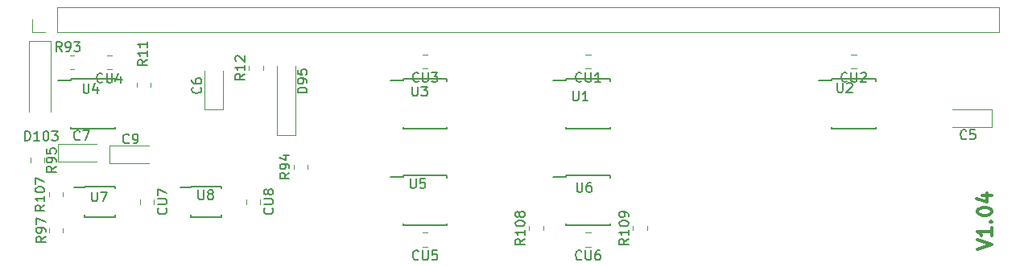
<source format=gbr>
%TF.GenerationSoftware,KiCad,Pcbnew,8.0.5*%
%TF.CreationDate,2025-02-16T00:46:45-05:00*%
%TF.ProjectId,C128A,43313238-412e-46b6-9963-61645f706362,rev?*%
%TF.SameCoordinates,Original*%
%TF.FileFunction,Legend,Top*%
%TF.FilePolarity,Positive*%
%FSLAX46Y46*%
G04 Gerber Fmt 4.6, Leading zero omitted, Abs format (unit mm)*
G04 Created by KiCad (PCBNEW 8.0.5) date 2025-02-16 00:46:45*
%MOMM*%
%LPD*%
G01*
G04 APERTURE LIST*
%ADD10C,0.300000*%
%ADD11C,0.150000*%
%ADD12C,0.120000*%
G04 APERTURE END LIST*
D10*
X196780328Y-111008998D02*
X198280328Y-110508998D01*
X198280328Y-110508998D02*
X196780328Y-110008998D01*
X198280328Y-108723284D02*
X198280328Y-109580427D01*
X198280328Y-109151856D02*
X196780328Y-109151856D01*
X196780328Y-109151856D02*
X196994614Y-109294713D01*
X196994614Y-109294713D02*
X197137471Y-109437570D01*
X197137471Y-109437570D02*
X197208900Y-109580427D01*
X198137471Y-108080428D02*
X198208900Y-108008999D01*
X198208900Y-108008999D02*
X198280328Y-108080428D01*
X198280328Y-108080428D02*
X198208900Y-108151856D01*
X198208900Y-108151856D02*
X198137471Y-108080428D01*
X198137471Y-108080428D02*
X198280328Y-108080428D01*
X196780328Y-107080427D02*
X196780328Y-106937570D01*
X196780328Y-106937570D02*
X196851757Y-106794713D01*
X196851757Y-106794713D02*
X196923185Y-106723285D01*
X196923185Y-106723285D02*
X197066042Y-106651856D01*
X197066042Y-106651856D02*
X197351757Y-106580427D01*
X197351757Y-106580427D02*
X197708900Y-106580427D01*
X197708900Y-106580427D02*
X197994614Y-106651856D01*
X197994614Y-106651856D02*
X198137471Y-106723285D01*
X198137471Y-106723285D02*
X198208900Y-106794713D01*
X198208900Y-106794713D02*
X198280328Y-106937570D01*
X198280328Y-106937570D02*
X198280328Y-107080427D01*
X198280328Y-107080427D02*
X198208900Y-107223285D01*
X198208900Y-107223285D02*
X198137471Y-107294713D01*
X198137471Y-107294713D02*
X197994614Y-107366142D01*
X197994614Y-107366142D02*
X197708900Y-107437570D01*
X197708900Y-107437570D02*
X197351757Y-107437570D01*
X197351757Y-107437570D02*
X197066042Y-107366142D01*
X197066042Y-107366142D02*
X196923185Y-107294713D01*
X196923185Y-107294713D02*
X196851757Y-107223285D01*
X196851757Y-107223285D02*
X196780328Y-107080427D01*
X197280328Y-105294714D02*
X198280328Y-105294714D01*
X196708900Y-105651856D02*
X197780328Y-106008999D01*
X197780328Y-106008999D02*
X197780328Y-105080428D01*
D11*
X98654819Y-106334047D02*
X98178628Y-106667380D01*
X98654819Y-106905475D02*
X97654819Y-106905475D01*
X97654819Y-106905475D02*
X97654819Y-106524523D01*
X97654819Y-106524523D02*
X97702438Y-106429285D01*
X97702438Y-106429285D02*
X97750057Y-106381666D01*
X97750057Y-106381666D02*
X97845295Y-106334047D01*
X97845295Y-106334047D02*
X97988152Y-106334047D01*
X97988152Y-106334047D02*
X98083390Y-106381666D01*
X98083390Y-106381666D02*
X98131009Y-106429285D01*
X98131009Y-106429285D02*
X98178628Y-106524523D01*
X98178628Y-106524523D02*
X98178628Y-106905475D01*
X98654819Y-105381666D02*
X98654819Y-105953094D01*
X98654819Y-105667380D02*
X97654819Y-105667380D01*
X97654819Y-105667380D02*
X97797676Y-105762618D01*
X97797676Y-105762618D02*
X97892914Y-105857856D01*
X97892914Y-105857856D02*
X97940533Y-105953094D01*
X97654819Y-104762618D02*
X97654819Y-104667380D01*
X97654819Y-104667380D02*
X97702438Y-104572142D01*
X97702438Y-104572142D02*
X97750057Y-104524523D01*
X97750057Y-104524523D02*
X97845295Y-104476904D01*
X97845295Y-104476904D02*
X98035771Y-104429285D01*
X98035771Y-104429285D02*
X98273866Y-104429285D01*
X98273866Y-104429285D02*
X98464342Y-104476904D01*
X98464342Y-104476904D02*
X98559580Y-104524523D01*
X98559580Y-104524523D02*
X98607200Y-104572142D01*
X98607200Y-104572142D02*
X98654819Y-104667380D01*
X98654819Y-104667380D02*
X98654819Y-104762618D01*
X98654819Y-104762618D02*
X98607200Y-104857856D01*
X98607200Y-104857856D02*
X98559580Y-104905475D01*
X98559580Y-104905475D02*
X98464342Y-104953094D01*
X98464342Y-104953094D02*
X98273866Y-105000713D01*
X98273866Y-105000713D02*
X98035771Y-105000713D01*
X98035771Y-105000713D02*
X97845295Y-104953094D01*
X97845295Y-104953094D02*
X97750057Y-104905475D01*
X97750057Y-104905475D02*
X97702438Y-104857856D01*
X97702438Y-104857856D02*
X97654819Y-104762618D01*
X97654819Y-104095951D02*
X97654819Y-103429285D01*
X97654819Y-103429285D02*
X98654819Y-103857856D01*
X183068523Y-93284580D02*
X183020904Y-93332200D01*
X183020904Y-93332200D02*
X182878047Y-93379819D01*
X182878047Y-93379819D02*
X182782809Y-93379819D01*
X182782809Y-93379819D02*
X182639952Y-93332200D01*
X182639952Y-93332200D02*
X182544714Y-93236961D01*
X182544714Y-93236961D02*
X182497095Y-93141723D01*
X182497095Y-93141723D02*
X182449476Y-92951247D01*
X182449476Y-92951247D02*
X182449476Y-92808390D01*
X182449476Y-92808390D02*
X182497095Y-92617914D01*
X182497095Y-92617914D02*
X182544714Y-92522676D01*
X182544714Y-92522676D02*
X182639952Y-92427438D01*
X182639952Y-92427438D02*
X182782809Y-92379819D01*
X182782809Y-92379819D02*
X182878047Y-92379819D01*
X182878047Y-92379819D02*
X183020904Y-92427438D01*
X183020904Y-92427438D02*
X183068523Y-92475057D01*
X183497095Y-92379819D02*
X183497095Y-93189342D01*
X183497095Y-93189342D02*
X183544714Y-93284580D01*
X183544714Y-93284580D02*
X183592333Y-93332200D01*
X183592333Y-93332200D02*
X183687571Y-93379819D01*
X183687571Y-93379819D02*
X183878047Y-93379819D01*
X183878047Y-93379819D02*
X183973285Y-93332200D01*
X183973285Y-93332200D02*
X184020904Y-93284580D01*
X184020904Y-93284580D02*
X184068523Y-93189342D01*
X184068523Y-93189342D02*
X184068523Y-92379819D01*
X184497095Y-92475057D02*
X184544714Y-92427438D01*
X184544714Y-92427438D02*
X184639952Y-92379819D01*
X184639952Y-92379819D02*
X184878047Y-92379819D01*
X184878047Y-92379819D02*
X184973285Y-92427438D01*
X184973285Y-92427438D02*
X185020904Y-92475057D01*
X185020904Y-92475057D02*
X185068523Y-92570295D01*
X185068523Y-92570295D02*
X185068523Y-92665533D01*
X185068523Y-92665533D02*
X185020904Y-92808390D01*
X185020904Y-92808390D02*
X184449476Y-93379819D01*
X184449476Y-93379819D02*
X185068523Y-93379819D01*
X124397819Y-102936857D02*
X123921628Y-103270190D01*
X124397819Y-103508285D02*
X123397819Y-103508285D01*
X123397819Y-103508285D02*
X123397819Y-103127333D01*
X123397819Y-103127333D02*
X123445438Y-103032095D01*
X123445438Y-103032095D02*
X123493057Y-102984476D01*
X123493057Y-102984476D02*
X123588295Y-102936857D01*
X123588295Y-102936857D02*
X123731152Y-102936857D01*
X123731152Y-102936857D02*
X123826390Y-102984476D01*
X123826390Y-102984476D02*
X123874009Y-103032095D01*
X123874009Y-103032095D02*
X123921628Y-103127333D01*
X123921628Y-103127333D02*
X123921628Y-103508285D01*
X124397819Y-102460666D02*
X124397819Y-102270190D01*
X124397819Y-102270190D02*
X124350200Y-102174952D01*
X124350200Y-102174952D02*
X124302580Y-102127333D01*
X124302580Y-102127333D02*
X124159723Y-102032095D01*
X124159723Y-102032095D02*
X123969247Y-101984476D01*
X123969247Y-101984476D02*
X123588295Y-101984476D01*
X123588295Y-101984476D02*
X123493057Y-102032095D01*
X123493057Y-102032095D02*
X123445438Y-102079714D01*
X123445438Y-102079714D02*
X123397819Y-102174952D01*
X123397819Y-102174952D02*
X123397819Y-102365428D01*
X123397819Y-102365428D02*
X123445438Y-102460666D01*
X123445438Y-102460666D02*
X123493057Y-102508285D01*
X123493057Y-102508285D02*
X123588295Y-102555904D01*
X123588295Y-102555904D02*
X123826390Y-102555904D01*
X123826390Y-102555904D02*
X123921628Y-102508285D01*
X123921628Y-102508285D02*
X123969247Y-102460666D01*
X123969247Y-102460666D02*
X124016866Y-102365428D01*
X124016866Y-102365428D02*
X124016866Y-102174952D01*
X124016866Y-102174952D02*
X123969247Y-102079714D01*
X123969247Y-102079714D02*
X123921628Y-102032095D01*
X123921628Y-102032095D02*
X123826390Y-101984476D01*
X123731152Y-101127333D02*
X124397819Y-101127333D01*
X123350200Y-101365428D02*
X124064485Y-101603523D01*
X124064485Y-101603523D02*
X124064485Y-100984476D01*
X102370833Y-99409580D02*
X102323214Y-99457200D01*
X102323214Y-99457200D02*
X102180357Y-99504819D01*
X102180357Y-99504819D02*
X102085119Y-99504819D01*
X102085119Y-99504819D02*
X101942262Y-99457200D01*
X101942262Y-99457200D02*
X101847024Y-99361961D01*
X101847024Y-99361961D02*
X101799405Y-99266723D01*
X101799405Y-99266723D02*
X101751786Y-99076247D01*
X101751786Y-99076247D02*
X101751786Y-98933390D01*
X101751786Y-98933390D02*
X101799405Y-98742914D01*
X101799405Y-98742914D02*
X101847024Y-98647676D01*
X101847024Y-98647676D02*
X101942262Y-98552438D01*
X101942262Y-98552438D02*
X102085119Y-98504819D01*
X102085119Y-98504819D02*
X102180357Y-98504819D01*
X102180357Y-98504819D02*
X102323214Y-98552438D01*
X102323214Y-98552438D02*
X102370833Y-98600057D01*
X102704167Y-98504819D02*
X103370833Y-98504819D01*
X103370833Y-98504819D02*
X102942262Y-99504819D01*
X119698819Y-92522857D02*
X119222628Y-92856190D01*
X119698819Y-93094285D02*
X118698819Y-93094285D01*
X118698819Y-93094285D02*
X118698819Y-92713333D01*
X118698819Y-92713333D02*
X118746438Y-92618095D01*
X118746438Y-92618095D02*
X118794057Y-92570476D01*
X118794057Y-92570476D02*
X118889295Y-92522857D01*
X118889295Y-92522857D02*
X119032152Y-92522857D01*
X119032152Y-92522857D02*
X119127390Y-92570476D01*
X119127390Y-92570476D02*
X119175009Y-92618095D01*
X119175009Y-92618095D02*
X119222628Y-92713333D01*
X119222628Y-92713333D02*
X119222628Y-93094285D01*
X119698819Y-91570476D02*
X119698819Y-92141904D01*
X119698819Y-91856190D02*
X118698819Y-91856190D01*
X118698819Y-91856190D02*
X118841676Y-91951428D01*
X118841676Y-91951428D02*
X118936914Y-92046666D01*
X118936914Y-92046666D02*
X118984533Y-92141904D01*
X118794057Y-91189523D02*
X118746438Y-91141904D01*
X118746438Y-91141904D02*
X118698819Y-91046666D01*
X118698819Y-91046666D02*
X118698819Y-90808571D01*
X118698819Y-90808571D02*
X118746438Y-90713333D01*
X118746438Y-90713333D02*
X118794057Y-90665714D01*
X118794057Y-90665714D02*
X118889295Y-90618095D01*
X118889295Y-90618095D02*
X118984533Y-90618095D01*
X118984533Y-90618095D02*
X119127390Y-90665714D01*
X119127390Y-90665714D02*
X119698819Y-91237142D01*
X119698819Y-91237142D02*
X119698819Y-90618095D01*
X126254819Y-94514285D02*
X125254819Y-94514285D01*
X125254819Y-94514285D02*
X125254819Y-94276190D01*
X125254819Y-94276190D02*
X125302438Y-94133333D01*
X125302438Y-94133333D02*
X125397676Y-94038095D01*
X125397676Y-94038095D02*
X125492914Y-93990476D01*
X125492914Y-93990476D02*
X125683390Y-93942857D01*
X125683390Y-93942857D02*
X125826247Y-93942857D01*
X125826247Y-93942857D02*
X126016723Y-93990476D01*
X126016723Y-93990476D02*
X126111961Y-94038095D01*
X126111961Y-94038095D02*
X126207200Y-94133333D01*
X126207200Y-94133333D02*
X126254819Y-94276190D01*
X126254819Y-94276190D02*
X126254819Y-94514285D01*
X126254819Y-93466666D02*
X126254819Y-93276190D01*
X126254819Y-93276190D02*
X126207200Y-93180952D01*
X126207200Y-93180952D02*
X126159580Y-93133333D01*
X126159580Y-93133333D02*
X126016723Y-93038095D01*
X126016723Y-93038095D02*
X125826247Y-92990476D01*
X125826247Y-92990476D02*
X125445295Y-92990476D01*
X125445295Y-92990476D02*
X125350057Y-93038095D01*
X125350057Y-93038095D02*
X125302438Y-93085714D01*
X125302438Y-93085714D02*
X125254819Y-93180952D01*
X125254819Y-93180952D02*
X125254819Y-93371428D01*
X125254819Y-93371428D02*
X125302438Y-93466666D01*
X125302438Y-93466666D02*
X125350057Y-93514285D01*
X125350057Y-93514285D02*
X125445295Y-93561904D01*
X125445295Y-93561904D02*
X125683390Y-93561904D01*
X125683390Y-93561904D02*
X125778628Y-93514285D01*
X125778628Y-93514285D02*
X125826247Y-93466666D01*
X125826247Y-93466666D02*
X125873866Y-93371428D01*
X125873866Y-93371428D02*
X125873866Y-93180952D01*
X125873866Y-93180952D02*
X125826247Y-93085714D01*
X125826247Y-93085714D02*
X125778628Y-93038095D01*
X125778628Y-93038095D02*
X125683390Y-92990476D01*
X125254819Y-92085714D02*
X125254819Y-92561904D01*
X125254819Y-92561904D02*
X125731009Y-92609523D01*
X125731009Y-92609523D02*
X125683390Y-92561904D01*
X125683390Y-92561904D02*
X125635771Y-92466666D01*
X125635771Y-92466666D02*
X125635771Y-92228571D01*
X125635771Y-92228571D02*
X125683390Y-92133333D01*
X125683390Y-92133333D02*
X125731009Y-92085714D01*
X125731009Y-92085714D02*
X125826247Y-92038095D01*
X125826247Y-92038095D02*
X126064342Y-92038095D01*
X126064342Y-92038095D02*
X126159580Y-92085714D01*
X126159580Y-92085714D02*
X126207200Y-92133333D01*
X126207200Y-92133333D02*
X126254819Y-92228571D01*
X126254819Y-92228571D02*
X126254819Y-92466666D01*
X126254819Y-92466666D02*
X126207200Y-92561904D01*
X126207200Y-92561904D02*
X126159580Y-92609523D01*
X149162819Y-109890047D02*
X148686628Y-110223380D01*
X149162819Y-110461475D02*
X148162819Y-110461475D01*
X148162819Y-110461475D02*
X148162819Y-110080523D01*
X148162819Y-110080523D02*
X148210438Y-109985285D01*
X148210438Y-109985285D02*
X148258057Y-109937666D01*
X148258057Y-109937666D02*
X148353295Y-109890047D01*
X148353295Y-109890047D02*
X148496152Y-109890047D01*
X148496152Y-109890047D02*
X148591390Y-109937666D01*
X148591390Y-109937666D02*
X148639009Y-109985285D01*
X148639009Y-109985285D02*
X148686628Y-110080523D01*
X148686628Y-110080523D02*
X148686628Y-110461475D01*
X149162819Y-108937666D02*
X149162819Y-109509094D01*
X149162819Y-109223380D02*
X148162819Y-109223380D01*
X148162819Y-109223380D02*
X148305676Y-109318618D01*
X148305676Y-109318618D02*
X148400914Y-109413856D01*
X148400914Y-109413856D02*
X148448533Y-109509094D01*
X148162819Y-108318618D02*
X148162819Y-108223380D01*
X148162819Y-108223380D02*
X148210438Y-108128142D01*
X148210438Y-108128142D02*
X148258057Y-108080523D01*
X148258057Y-108080523D02*
X148353295Y-108032904D01*
X148353295Y-108032904D02*
X148543771Y-107985285D01*
X148543771Y-107985285D02*
X148781866Y-107985285D01*
X148781866Y-107985285D02*
X148972342Y-108032904D01*
X148972342Y-108032904D02*
X149067580Y-108080523D01*
X149067580Y-108080523D02*
X149115200Y-108128142D01*
X149115200Y-108128142D02*
X149162819Y-108223380D01*
X149162819Y-108223380D02*
X149162819Y-108318618D01*
X149162819Y-108318618D02*
X149115200Y-108413856D01*
X149115200Y-108413856D02*
X149067580Y-108461475D01*
X149067580Y-108461475D02*
X148972342Y-108509094D01*
X148972342Y-108509094D02*
X148781866Y-108556713D01*
X148781866Y-108556713D02*
X148543771Y-108556713D01*
X148543771Y-108556713D02*
X148353295Y-108509094D01*
X148353295Y-108509094D02*
X148258057Y-108461475D01*
X148258057Y-108461475D02*
X148210438Y-108413856D01*
X148210438Y-108413856D02*
X148162819Y-108318618D01*
X148591390Y-107413856D02*
X148543771Y-107509094D01*
X148543771Y-107509094D02*
X148496152Y-107556713D01*
X148496152Y-107556713D02*
X148400914Y-107604332D01*
X148400914Y-107604332D02*
X148353295Y-107604332D01*
X148353295Y-107604332D02*
X148258057Y-107556713D01*
X148258057Y-107556713D02*
X148210438Y-107509094D01*
X148210438Y-107509094D02*
X148162819Y-107413856D01*
X148162819Y-107413856D02*
X148162819Y-107223380D01*
X148162819Y-107223380D02*
X148210438Y-107128142D01*
X148210438Y-107128142D02*
X148258057Y-107080523D01*
X148258057Y-107080523D02*
X148353295Y-107032904D01*
X148353295Y-107032904D02*
X148400914Y-107032904D01*
X148400914Y-107032904D02*
X148496152Y-107080523D01*
X148496152Y-107080523D02*
X148543771Y-107128142D01*
X148543771Y-107128142D02*
X148591390Y-107223380D01*
X148591390Y-107223380D02*
X148591390Y-107413856D01*
X148591390Y-107413856D02*
X148639009Y-107509094D01*
X148639009Y-107509094D02*
X148686628Y-107556713D01*
X148686628Y-107556713D02*
X148781866Y-107604332D01*
X148781866Y-107604332D02*
X148972342Y-107604332D01*
X148972342Y-107604332D02*
X149067580Y-107556713D01*
X149067580Y-107556713D02*
X149115200Y-107509094D01*
X149115200Y-107509094D02*
X149162819Y-107413856D01*
X149162819Y-107413856D02*
X149162819Y-107223380D01*
X149162819Y-107223380D02*
X149115200Y-107128142D01*
X149115200Y-107128142D02*
X149067580Y-107080523D01*
X149067580Y-107080523D02*
X148972342Y-107032904D01*
X148972342Y-107032904D02*
X148781866Y-107032904D01*
X148781866Y-107032904D02*
X148686628Y-107080523D01*
X148686628Y-107080523D02*
X148639009Y-107128142D01*
X148639009Y-107128142D02*
X148591390Y-107223380D01*
X160084819Y-109890047D02*
X159608628Y-110223380D01*
X160084819Y-110461475D02*
X159084819Y-110461475D01*
X159084819Y-110461475D02*
X159084819Y-110080523D01*
X159084819Y-110080523D02*
X159132438Y-109985285D01*
X159132438Y-109985285D02*
X159180057Y-109937666D01*
X159180057Y-109937666D02*
X159275295Y-109890047D01*
X159275295Y-109890047D02*
X159418152Y-109890047D01*
X159418152Y-109890047D02*
X159513390Y-109937666D01*
X159513390Y-109937666D02*
X159561009Y-109985285D01*
X159561009Y-109985285D02*
X159608628Y-110080523D01*
X159608628Y-110080523D02*
X159608628Y-110461475D01*
X160084819Y-108937666D02*
X160084819Y-109509094D01*
X160084819Y-109223380D02*
X159084819Y-109223380D01*
X159084819Y-109223380D02*
X159227676Y-109318618D01*
X159227676Y-109318618D02*
X159322914Y-109413856D01*
X159322914Y-109413856D02*
X159370533Y-109509094D01*
X159084819Y-108318618D02*
X159084819Y-108223380D01*
X159084819Y-108223380D02*
X159132438Y-108128142D01*
X159132438Y-108128142D02*
X159180057Y-108080523D01*
X159180057Y-108080523D02*
X159275295Y-108032904D01*
X159275295Y-108032904D02*
X159465771Y-107985285D01*
X159465771Y-107985285D02*
X159703866Y-107985285D01*
X159703866Y-107985285D02*
X159894342Y-108032904D01*
X159894342Y-108032904D02*
X159989580Y-108080523D01*
X159989580Y-108080523D02*
X160037200Y-108128142D01*
X160037200Y-108128142D02*
X160084819Y-108223380D01*
X160084819Y-108223380D02*
X160084819Y-108318618D01*
X160084819Y-108318618D02*
X160037200Y-108413856D01*
X160037200Y-108413856D02*
X159989580Y-108461475D01*
X159989580Y-108461475D02*
X159894342Y-108509094D01*
X159894342Y-108509094D02*
X159703866Y-108556713D01*
X159703866Y-108556713D02*
X159465771Y-108556713D01*
X159465771Y-108556713D02*
X159275295Y-108509094D01*
X159275295Y-108509094D02*
X159180057Y-108461475D01*
X159180057Y-108461475D02*
X159132438Y-108413856D01*
X159132438Y-108413856D02*
X159084819Y-108318618D01*
X160084819Y-107509094D02*
X160084819Y-107318618D01*
X160084819Y-107318618D02*
X160037200Y-107223380D01*
X160037200Y-107223380D02*
X159989580Y-107175761D01*
X159989580Y-107175761D02*
X159846723Y-107080523D01*
X159846723Y-107080523D02*
X159656247Y-107032904D01*
X159656247Y-107032904D02*
X159275295Y-107032904D01*
X159275295Y-107032904D02*
X159180057Y-107080523D01*
X159180057Y-107080523D02*
X159132438Y-107128142D01*
X159132438Y-107128142D02*
X159084819Y-107223380D01*
X159084819Y-107223380D02*
X159084819Y-107413856D01*
X159084819Y-107413856D02*
X159132438Y-107509094D01*
X159132438Y-107509094D02*
X159180057Y-107556713D01*
X159180057Y-107556713D02*
X159275295Y-107604332D01*
X159275295Y-107604332D02*
X159513390Y-107604332D01*
X159513390Y-107604332D02*
X159608628Y-107556713D01*
X159608628Y-107556713D02*
X159656247Y-107509094D01*
X159656247Y-107509094D02*
X159703866Y-107413856D01*
X159703866Y-107413856D02*
X159703866Y-107223380D01*
X159703866Y-107223380D02*
X159656247Y-107128142D01*
X159656247Y-107128142D02*
X159608628Y-107080523D01*
X159608628Y-107080523D02*
X159513390Y-107032904D01*
X137138095Y-103554819D02*
X137138095Y-104364342D01*
X137138095Y-104364342D02*
X137185714Y-104459580D01*
X137185714Y-104459580D02*
X137233333Y-104507200D01*
X137233333Y-104507200D02*
X137328571Y-104554819D01*
X137328571Y-104554819D02*
X137519047Y-104554819D01*
X137519047Y-104554819D02*
X137614285Y-104507200D01*
X137614285Y-104507200D02*
X137661904Y-104459580D01*
X137661904Y-104459580D02*
X137709523Y-104364342D01*
X137709523Y-104364342D02*
X137709523Y-103554819D01*
X138661904Y-103554819D02*
X138185714Y-103554819D01*
X138185714Y-103554819D02*
X138138095Y-104031009D01*
X138138095Y-104031009D02*
X138185714Y-103983390D01*
X138185714Y-103983390D02*
X138280952Y-103935771D01*
X138280952Y-103935771D02*
X138519047Y-103935771D01*
X138519047Y-103935771D02*
X138614285Y-103983390D01*
X138614285Y-103983390D02*
X138661904Y-104031009D01*
X138661904Y-104031009D02*
X138709523Y-104126247D01*
X138709523Y-104126247D02*
X138709523Y-104364342D01*
X138709523Y-104364342D02*
X138661904Y-104459580D01*
X138661904Y-104459580D02*
X138614285Y-104507200D01*
X138614285Y-104507200D02*
X138519047Y-104554819D01*
X138519047Y-104554819D02*
X138280952Y-104554819D01*
X138280952Y-104554819D02*
X138185714Y-104507200D01*
X138185714Y-104507200D02*
X138138095Y-104459580D01*
X195593833Y-99323580D02*
X195546214Y-99371200D01*
X195546214Y-99371200D02*
X195403357Y-99418819D01*
X195403357Y-99418819D02*
X195308119Y-99418819D01*
X195308119Y-99418819D02*
X195165262Y-99371200D01*
X195165262Y-99371200D02*
X195070024Y-99275961D01*
X195070024Y-99275961D02*
X195022405Y-99180723D01*
X195022405Y-99180723D02*
X194974786Y-98990247D01*
X194974786Y-98990247D02*
X194974786Y-98847390D01*
X194974786Y-98847390D02*
X195022405Y-98656914D01*
X195022405Y-98656914D02*
X195070024Y-98561676D01*
X195070024Y-98561676D02*
X195165262Y-98466438D01*
X195165262Y-98466438D02*
X195308119Y-98418819D01*
X195308119Y-98418819D02*
X195403357Y-98418819D01*
X195403357Y-98418819D02*
X195546214Y-98466438D01*
X195546214Y-98466438D02*
X195593833Y-98514057D01*
X196498595Y-98418819D02*
X196022405Y-98418819D01*
X196022405Y-98418819D02*
X195974786Y-98895009D01*
X195974786Y-98895009D02*
X196022405Y-98847390D01*
X196022405Y-98847390D02*
X196117643Y-98799771D01*
X196117643Y-98799771D02*
X196355738Y-98799771D01*
X196355738Y-98799771D02*
X196450976Y-98847390D01*
X196450976Y-98847390D02*
X196498595Y-98895009D01*
X196498595Y-98895009D02*
X196546214Y-98990247D01*
X196546214Y-98990247D02*
X196546214Y-99228342D01*
X196546214Y-99228342D02*
X196498595Y-99323580D01*
X196498595Y-99323580D02*
X196450976Y-99371200D01*
X196450976Y-99371200D02*
X196355738Y-99418819D01*
X196355738Y-99418819D02*
X196117643Y-99418819D01*
X196117643Y-99418819D02*
X196022405Y-99371200D01*
X196022405Y-99371200D02*
X195974786Y-99323580D01*
X155128523Y-112017080D02*
X155080904Y-112064700D01*
X155080904Y-112064700D02*
X154938047Y-112112319D01*
X154938047Y-112112319D02*
X154842809Y-112112319D01*
X154842809Y-112112319D02*
X154699952Y-112064700D01*
X154699952Y-112064700D02*
X154604714Y-111969461D01*
X154604714Y-111969461D02*
X154557095Y-111874223D01*
X154557095Y-111874223D02*
X154509476Y-111683747D01*
X154509476Y-111683747D02*
X154509476Y-111540890D01*
X154509476Y-111540890D02*
X154557095Y-111350414D01*
X154557095Y-111350414D02*
X154604714Y-111255176D01*
X154604714Y-111255176D02*
X154699952Y-111159938D01*
X154699952Y-111159938D02*
X154842809Y-111112319D01*
X154842809Y-111112319D02*
X154938047Y-111112319D01*
X154938047Y-111112319D02*
X155080904Y-111159938D01*
X155080904Y-111159938D02*
X155128523Y-111207557D01*
X155557095Y-111112319D02*
X155557095Y-111921842D01*
X155557095Y-111921842D02*
X155604714Y-112017080D01*
X155604714Y-112017080D02*
X155652333Y-112064700D01*
X155652333Y-112064700D02*
X155747571Y-112112319D01*
X155747571Y-112112319D02*
X155938047Y-112112319D01*
X155938047Y-112112319D02*
X156033285Y-112064700D01*
X156033285Y-112064700D02*
X156080904Y-112017080D01*
X156080904Y-112017080D02*
X156128523Y-111921842D01*
X156128523Y-111921842D02*
X156128523Y-111112319D01*
X157033285Y-111112319D02*
X156842809Y-111112319D01*
X156842809Y-111112319D02*
X156747571Y-111159938D01*
X156747571Y-111159938D02*
X156699952Y-111207557D01*
X156699952Y-111207557D02*
X156604714Y-111350414D01*
X156604714Y-111350414D02*
X156557095Y-111540890D01*
X156557095Y-111540890D02*
X156557095Y-111921842D01*
X156557095Y-111921842D02*
X156604714Y-112017080D01*
X156604714Y-112017080D02*
X156652333Y-112064700D01*
X156652333Y-112064700D02*
X156747571Y-112112319D01*
X156747571Y-112112319D02*
X156938047Y-112112319D01*
X156938047Y-112112319D02*
X157033285Y-112064700D01*
X157033285Y-112064700D02*
X157080904Y-112017080D01*
X157080904Y-112017080D02*
X157128523Y-111921842D01*
X157128523Y-111921842D02*
X157128523Y-111683747D01*
X157128523Y-111683747D02*
X157080904Y-111588509D01*
X157080904Y-111588509D02*
X157033285Y-111540890D01*
X157033285Y-111540890D02*
X156938047Y-111493271D01*
X156938047Y-111493271D02*
X156747571Y-111493271D01*
X156747571Y-111493271D02*
X156652333Y-111540890D01*
X156652333Y-111540890D02*
X156604714Y-111588509D01*
X156604714Y-111588509D02*
X156557095Y-111683747D01*
X122616080Y-106667476D02*
X122663700Y-106715095D01*
X122663700Y-106715095D02*
X122711319Y-106857952D01*
X122711319Y-106857952D02*
X122711319Y-106953190D01*
X122711319Y-106953190D02*
X122663700Y-107096047D01*
X122663700Y-107096047D02*
X122568461Y-107191285D01*
X122568461Y-107191285D02*
X122473223Y-107238904D01*
X122473223Y-107238904D02*
X122282747Y-107286523D01*
X122282747Y-107286523D02*
X122139890Y-107286523D01*
X122139890Y-107286523D02*
X121949414Y-107238904D01*
X121949414Y-107238904D02*
X121854176Y-107191285D01*
X121854176Y-107191285D02*
X121758938Y-107096047D01*
X121758938Y-107096047D02*
X121711319Y-106953190D01*
X121711319Y-106953190D02*
X121711319Y-106857952D01*
X121711319Y-106857952D02*
X121758938Y-106715095D01*
X121758938Y-106715095D02*
X121806557Y-106667476D01*
X121711319Y-106238904D02*
X122520842Y-106238904D01*
X122520842Y-106238904D02*
X122616080Y-106191285D01*
X122616080Y-106191285D02*
X122663700Y-106143666D01*
X122663700Y-106143666D02*
X122711319Y-106048428D01*
X122711319Y-106048428D02*
X122711319Y-105857952D01*
X122711319Y-105857952D02*
X122663700Y-105762714D01*
X122663700Y-105762714D02*
X122616080Y-105715095D01*
X122616080Y-105715095D02*
X122520842Y-105667476D01*
X122520842Y-105667476D02*
X121711319Y-105667476D01*
X122139890Y-105048428D02*
X122092271Y-105143666D01*
X122092271Y-105143666D02*
X122044652Y-105191285D01*
X122044652Y-105191285D02*
X121949414Y-105238904D01*
X121949414Y-105238904D02*
X121901795Y-105238904D01*
X121901795Y-105238904D02*
X121806557Y-105191285D01*
X121806557Y-105191285D02*
X121758938Y-105143666D01*
X121758938Y-105143666D02*
X121711319Y-105048428D01*
X121711319Y-105048428D02*
X121711319Y-104857952D01*
X121711319Y-104857952D02*
X121758938Y-104762714D01*
X121758938Y-104762714D02*
X121806557Y-104715095D01*
X121806557Y-104715095D02*
X121901795Y-104667476D01*
X121901795Y-104667476D02*
X121949414Y-104667476D01*
X121949414Y-104667476D02*
X122044652Y-104715095D01*
X122044652Y-104715095D02*
X122092271Y-104762714D01*
X122092271Y-104762714D02*
X122139890Y-104857952D01*
X122139890Y-104857952D02*
X122139890Y-105048428D01*
X122139890Y-105048428D02*
X122187509Y-105143666D01*
X122187509Y-105143666D02*
X122235128Y-105191285D01*
X122235128Y-105191285D02*
X122330366Y-105238904D01*
X122330366Y-105238904D02*
X122520842Y-105238904D01*
X122520842Y-105238904D02*
X122616080Y-105191285D01*
X122616080Y-105191285D02*
X122663700Y-105143666D01*
X122663700Y-105143666D02*
X122711319Y-105048428D01*
X122711319Y-105048428D02*
X122711319Y-104857952D01*
X122711319Y-104857952D02*
X122663700Y-104762714D01*
X122663700Y-104762714D02*
X122616080Y-104715095D01*
X122616080Y-104715095D02*
X122520842Y-104667476D01*
X122520842Y-104667476D02*
X122330366Y-104667476D01*
X122330366Y-104667476D02*
X122235128Y-104715095D01*
X122235128Y-104715095D02*
X122187509Y-104762714D01*
X122187509Y-104762714D02*
X122139890Y-104857952D01*
X100457142Y-90154819D02*
X100123809Y-89678628D01*
X99885714Y-90154819D02*
X99885714Y-89154819D01*
X99885714Y-89154819D02*
X100266666Y-89154819D01*
X100266666Y-89154819D02*
X100361904Y-89202438D01*
X100361904Y-89202438D02*
X100409523Y-89250057D01*
X100409523Y-89250057D02*
X100457142Y-89345295D01*
X100457142Y-89345295D02*
X100457142Y-89488152D01*
X100457142Y-89488152D02*
X100409523Y-89583390D01*
X100409523Y-89583390D02*
X100361904Y-89631009D01*
X100361904Y-89631009D02*
X100266666Y-89678628D01*
X100266666Y-89678628D02*
X99885714Y-89678628D01*
X100933333Y-90154819D02*
X101123809Y-90154819D01*
X101123809Y-90154819D02*
X101219047Y-90107200D01*
X101219047Y-90107200D02*
X101266666Y-90059580D01*
X101266666Y-90059580D02*
X101361904Y-89916723D01*
X101361904Y-89916723D02*
X101409523Y-89726247D01*
X101409523Y-89726247D02*
X101409523Y-89345295D01*
X101409523Y-89345295D02*
X101361904Y-89250057D01*
X101361904Y-89250057D02*
X101314285Y-89202438D01*
X101314285Y-89202438D02*
X101219047Y-89154819D01*
X101219047Y-89154819D02*
X101028571Y-89154819D01*
X101028571Y-89154819D02*
X100933333Y-89202438D01*
X100933333Y-89202438D02*
X100885714Y-89250057D01*
X100885714Y-89250057D02*
X100838095Y-89345295D01*
X100838095Y-89345295D02*
X100838095Y-89583390D01*
X100838095Y-89583390D02*
X100885714Y-89678628D01*
X100885714Y-89678628D02*
X100933333Y-89726247D01*
X100933333Y-89726247D02*
X101028571Y-89773866D01*
X101028571Y-89773866D02*
X101219047Y-89773866D01*
X101219047Y-89773866D02*
X101314285Y-89726247D01*
X101314285Y-89726247D02*
X101361904Y-89678628D01*
X101361904Y-89678628D02*
X101409523Y-89583390D01*
X101742857Y-89154819D02*
X102361904Y-89154819D01*
X102361904Y-89154819D02*
X102028571Y-89535771D01*
X102028571Y-89535771D02*
X102171428Y-89535771D01*
X102171428Y-89535771D02*
X102266666Y-89583390D01*
X102266666Y-89583390D02*
X102314285Y-89631009D01*
X102314285Y-89631009D02*
X102361904Y-89726247D01*
X102361904Y-89726247D02*
X102361904Y-89964342D01*
X102361904Y-89964342D02*
X102314285Y-90059580D01*
X102314285Y-90059580D02*
X102266666Y-90107200D01*
X102266666Y-90107200D02*
X102171428Y-90154819D01*
X102171428Y-90154819D02*
X101885714Y-90154819D01*
X101885714Y-90154819D02*
X101790476Y-90107200D01*
X101790476Y-90107200D02*
X101742857Y-90059580D01*
X103638095Y-104954819D02*
X103638095Y-105764342D01*
X103638095Y-105764342D02*
X103685714Y-105859580D01*
X103685714Y-105859580D02*
X103733333Y-105907200D01*
X103733333Y-105907200D02*
X103828571Y-105954819D01*
X103828571Y-105954819D02*
X104019047Y-105954819D01*
X104019047Y-105954819D02*
X104114285Y-105907200D01*
X104114285Y-105907200D02*
X104161904Y-105859580D01*
X104161904Y-105859580D02*
X104209523Y-105764342D01*
X104209523Y-105764342D02*
X104209523Y-104954819D01*
X104590476Y-104954819D02*
X105257142Y-104954819D01*
X105257142Y-104954819D02*
X104828571Y-105954819D01*
X115058580Y-93951666D02*
X115106200Y-93999285D01*
X115106200Y-93999285D02*
X115153819Y-94142142D01*
X115153819Y-94142142D02*
X115153819Y-94237380D01*
X115153819Y-94237380D02*
X115106200Y-94380237D01*
X115106200Y-94380237D02*
X115010961Y-94475475D01*
X115010961Y-94475475D02*
X114915723Y-94523094D01*
X114915723Y-94523094D02*
X114725247Y-94570713D01*
X114725247Y-94570713D02*
X114582390Y-94570713D01*
X114582390Y-94570713D02*
X114391914Y-94523094D01*
X114391914Y-94523094D02*
X114296676Y-94475475D01*
X114296676Y-94475475D02*
X114201438Y-94380237D01*
X114201438Y-94380237D02*
X114153819Y-94237380D01*
X114153819Y-94237380D02*
X114153819Y-94142142D01*
X114153819Y-94142142D02*
X114201438Y-93999285D01*
X114201438Y-93999285D02*
X114249057Y-93951666D01*
X114153819Y-93094523D02*
X114153819Y-93284999D01*
X114153819Y-93284999D02*
X114201438Y-93380237D01*
X114201438Y-93380237D02*
X114249057Y-93427856D01*
X114249057Y-93427856D02*
X114391914Y-93523094D01*
X114391914Y-93523094D02*
X114582390Y-93570713D01*
X114582390Y-93570713D02*
X114963342Y-93570713D01*
X114963342Y-93570713D02*
X115058580Y-93523094D01*
X115058580Y-93523094D02*
X115106200Y-93475475D01*
X115106200Y-93475475D02*
X115153819Y-93380237D01*
X115153819Y-93380237D02*
X115153819Y-93189761D01*
X115153819Y-93189761D02*
X115106200Y-93094523D01*
X115106200Y-93094523D02*
X115058580Y-93046904D01*
X115058580Y-93046904D02*
X114963342Y-92999285D01*
X114963342Y-92999285D02*
X114725247Y-92999285D01*
X114725247Y-92999285D02*
X114630009Y-93046904D01*
X114630009Y-93046904D02*
X114582390Y-93094523D01*
X114582390Y-93094523D02*
X114534771Y-93189761D01*
X114534771Y-93189761D02*
X114534771Y-93380237D01*
X114534771Y-93380237D02*
X114582390Y-93475475D01*
X114582390Y-93475475D02*
X114630009Y-93523094D01*
X114630009Y-93523094D02*
X114725247Y-93570713D01*
X104764023Y-93372580D02*
X104716404Y-93420200D01*
X104716404Y-93420200D02*
X104573547Y-93467819D01*
X104573547Y-93467819D02*
X104478309Y-93467819D01*
X104478309Y-93467819D02*
X104335452Y-93420200D01*
X104335452Y-93420200D02*
X104240214Y-93324961D01*
X104240214Y-93324961D02*
X104192595Y-93229723D01*
X104192595Y-93229723D02*
X104144976Y-93039247D01*
X104144976Y-93039247D02*
X104144976Y-92896390D01*
X104144976Y-92896390D02*
X104192595Y-92705914D01*
X104192595Y-92705914D02*
X104240214Y-92610676D01*
X104240214Y-92610676D02*
X104335452Y-92515438D01*
X104335452Y-92515438D02*
X104478309Y-92467819D01*
X104478309Y-92467819D02*
X104573547Y-92467819D01*
X104573547Y-92467819D02*
X104716404Y-92515438D01*
X104716404Y-92515438D02*
X104764023Y-92563057D01*
X105192595Y-92467819D02*
X105192595Y-93277342D01*
X105192595Y-93277342D02*
X105240214Y-93372580D01*
X105240214Y-93372580D02*
X105287833Y-93420200D01*
X105287833Y-93420200D02*
X105383071Y-93467819D01*
X105383071Y-93467819D02*
X105573547Y-93467819D01*
X105573547Y-93467819D02*
X105668785Y-93420200D01*
X105668785Y-93420200D02*
X105716404Y-93372580D01*
X105716404Y-93372580D02*
X105764023Y-93277342D01*
X105764023Y-93277342D02*
X105764023Y-92467819D01*
X106668785Y-92801152D02*
X106668785Y-93467819D01*
X106430690Y-92420200D02*
X106192595Y-93134485D01*
X106192595Y-93134485D02*
X106811642Y-93134485D01*
X102738095Y-93554819D02*
X102738095Y-94364342D01*
X102738095Y-94364342D02*
X102785714Y-94459580D01*
X102785714Y-94459580D02*
X102833333Y-94507200D01*
X102833333Y-94507200D02*
X102928571Y-94554819D01*
X102928571Y-94554819D02*
X103119047Y-94554819D01*
X103119047Y-94554819D02*
X103214285Y-94507200D01*
X103214285Y-94507200D02*
X103261904Y-94459580D01*
X103261904Y-94459580D02*
X103309523Y-94364342D01*
X103309523Y-94364342D02*
X103309523Y-93554819D01*
X104214285Y-93888152D02*
X104214285Y-94554819D01*
X103976190Y-93507200D02*
X103738095Y-94221485D01*
X103738095Y-94221485D02*
X104357142Y-94221485D01*
X109454819Y-91042857D02*
X108978628Y-91376190D01*
X109454819Y-91614285D02*
X108454819Y-91614285D01*
X108454819Y-91614285D02*
X108454819Y-91233333D01*
X108454819Y-91233333D02*
X108502438Y-91138095D01*
X108502438Y-91138095D02*
X108550057Y-91090476D01*
X108550057Y-91090476D02*
X108645295Y-91042857D01*
X108645295Y-91042857D02*
X108788152Y-91042857D01*
X108788152Y-91042857D02*
X108883390Y-91090476D01*
X108883390Y-91090476D02*
X108931009Y-91138095D01*
X108931009Y-91138095D02*
X108978628Y-91233333D01*
X108978628Y-91233333D02*
X108978628Y-91614285D01*
X109454819Y-90090476D02*
X109454819Y-90661904D01*
X109454819Y-90376190D02*
X108454819Y-90376190D01*
X108454819Y-90376190D02*
X108597676Y-90471428D01*
X108597676Y-90471428D02*
X108692914Y-90566666D01*
X108692914Y-90566666D02*
X108740533Y-90661904D01*
X109454819Y-89138095D02*
X109454819Y-89709523D01*
X109454819Y-89423809D02*
X108454819Y-89423809D01*
X108454819Y-89423809D02*
X108597676Y-89519047D01*
X108597676Y-89519047D02*
X108692914Y-89614285D01*
X108692914Y-89614285D02*
X108740533Y-89709523D01*
X96609524Y-99554819D02*
X96609524Y-98554819D01*
X96609524Y-98554819D02*
X96847619Y-98554819D01*
X96847619Y-98554819D02*
X96990476Y-98602438D01*
X96990476Y-98602438D02*
X97085714Y-98697676D01*
X97085714Y-98697676D02*
X97133333Y-98792914D01*
X97133333Y-98792914D02*
X97180952Y-98983390D01*
X97180952Y-98983390D02*
X97180952Y-99126247D01*
X97180952Y-99126247D02*
X97133333Y-99316723D01*
X97133333Y-99316723D02*
X97085714Y-99411961D01*
X97085714Y-99411961D02*
X96990476Y-99507200D01*
X96990476Y-99507200D02*
X96847619Y-99554819D01*
X96847619Y-99554819D02*
X96609524Y-99554819D01*
X98133333Y-99554819D02*
X97561905Y-99554819D01*
X97847619Y-99554819D02*
X97847619Y-98554819D01*
X97847619Y-98554819D02*
X97752381Y-98697676D01*
X97752381Y-98697676D02*
X97657143Y-98792914D01*
X97657143Y-98792914D02*
X97561905Y-98840533D01*
X98752381Y-98554819D02*
X98847619Y-98554819D01*
X98847619Y-98554819D02*
X98942857Y-98602438D01*
X98942857Y-98602438D02*
X98990476Y-98650057D01*
X98990476Y-98650057D02*
X99038095Y-98745295D01*
X99038095Y-98745295D02*
X99085714Y-98935771D01*
X99085714Y-98935771D02*
X99085714Y-99173866D01*
X99085714Y-99173866D02*
X99038095Y-99364342D01*
X99038095Y-99364342D02*
X98990476Y-99459580D01*
X98990476Y-99459580D02*
X98942857Y-99507200D01*
X98942857Y-99507200D02*
X98847619Y-99554819D01*
X98847619Y-99554819D02*
X98752381Y-99554819D01*
X98752381Y-99554819D02*
X98657143Y-99507200D01*
X98657143Y-99507200D02*
X98609524Y-99459580D01*
X98609524Y-99459580D02*
X98561905Y-99364342D01*
X98561905Y-99364342D02*
X98514286Y-99173866D01*
X98514286Y-99173866D02*
X98514286Y-98935771D01*
X98514286Y-98935771D02*
X98561905Y-98745295D01*
X98561905Y-98745295D02*
X98609524Y-98650057D01*
X98609524Y-98650057D02*
X98657143Y-98602438D01*
X98657143Y-98602438D02*
X98752381Y-98554819D01*
X99419048Y-98554819D02*
X100038095Y-98554819D01*
X100038095Y-98554819D02*
X99704762Y-98935771D01*
X99704762Y-98935771D02*
X99847619Y-98935771D01*
X99847619Y-98935771D02*
X99942857Y-98983390D01*
X99942857Y-98983390D02*
X99990476Y-99031009D01*
X99990476Y-99031009D02*
X100038095Y-99126247D01*
X100038095Y-99126247D02*
X100038095Y-99364342D01*
X100038095Y-99364342D02*
X99990476Y-99459580D01*
X99990476Y-99459580D02*
X99942857Y-99507200D01*
X99942857Y-99507200D02*
X99847619Y-99554819D01*
X99847619Y-99554819D02*
X99561905Y-99554819D01*
X99561905Y-99554819D02*
X99466667Y-99507200D01*
X99466667Y-99507200D02*
X99419048Y-99459580D01*
X99854819Y-102259857D02*
X99378628Y-102593190D01*
X99854819Y-102831285D02*
X98854819Y-102831285D01*
X98854819Y-102831285D02*
X98854819Y-102450333D01*
X98854819Y-102450333D02*
X98902438Y-102355095D01*
X98902438Y-102355095D02*
X98950057Y-102307476D01*
X98950057Y-102307476D02*
X99045295Y-102259857D01*
X99045295Y-102259857D02*
X99188152Y-102259857D01*
X99188152Y-102259857D02*
X99283390Y-102307476D01*
X99283390Y-102307476D02*
X99331009Y-102355095D01*
X99331009Y-102355095D02*
X99378628Y-102450333D01*
X99378628Y-102450333D02*
X99378628Y-102831285D01*
X99854819Y-101783666D02*
X99854819Y-101593190D01*
X99854819Y-101593190D02*
X99807200Y-101497952D01*
X99807200Y-101497952D02*
X99759580Y-101450333D01*
X99759580Y-101450333D02*
X99616723Y-101355095D01*
X99616723Y-101355095D02*
X99426247Y-101307476D01*
X99426247Y-101307476D02*
X99045295Y-101307476D01*
X99045295Y-101307476D02*
X98950057Y-101355095D01*
X98950057Y-101355095D02*
X98902438Y-101402714D01*
X98902438Y-101402714D02*
X98854819Y-101497952D01*
X98854819Y-101497952D02*
X98854819Y-101688428D01*
X98854819Y-101688428D02*
X98902438Y-101783666D01*
X98902438Y-101783666D02*
X98950057Y-101831285D01*
X98950057Y-101831285D02*
X99045295Y-101878904D01*
X99045295Y-101878904D02*
X99283390Y-101878904D01*
X99283390Y-101878904D02*
X99378628Y-101831285D01*
X99378628Y-101831285D02*
X99426247Y-101783666D01*
X99426247Y-101783666D02*
X99473866Y-101688428D01*
X99473866Y-101688428D02*
X99473866Y-101497952D01*
X99473866Y-101497952D02*
X99426247Y-101402714D01*
X99426247Y-101402714D02*
X99378628Y-101355095D01*
X99378628Y-101355095D02*
X99283390Y-101307476D01*
X98854819Y-100402714D02*
X98854819Y-100878904D01*
X98854819Y-100878904D02*
X99331009Y-100926523D01*
X99331009Y-100926523D02*
X99283390Y-100878904D01*
X99283390Y-100878904D02*
X99235771Y-100783666D01*
X99235771Y-100783666D02*
X99235771Y-100545571D01*
X99235771Y-100545571D02*
X99283390Y-100450333D01*
X99283390Y-100450333D02*
X99331009Y-100402714D01*
X99331009Y-100402714D02*
X99426247Y-100355095D01*
X99426247Y-100355095D02*
X99664342Y-100355095D01*
X99664342Y-100355095D02*
X99759580Y-100402714D01*
X99759580Y-100402714D02*
X99807200Y-100450333D01*
X99807200Y-100450333D02*
X99854819Y-100545571D01*
X99854819Y-100545571D02*
X99854819Y-100783666D01*
X99854819Y-100783666D02*
X99807200Y-100878904D01*
X99807200Y-100878904D02*
X99759580Y-100926523D01*
X182038095Y-93454819D02*
X182038095Y-94264342D01*
X182038095Y-94264342D02*
X182085714Y-94359580D01*
X182085714Y-94359580D02*
X182133333Y-94407200D01*
X182133333Y-94407200D02*
X182228571Y-94454819D01*
X182228571Y-94454819D02*
X182419047Y-94454819D01*
X182419047Y-94454819D02*
X182514285Y-94407200D01*
X182514285Y-94407200D02*
X182561904Y-94359580D01*
X182561904Y-94359580D02*
X182609523Y-94264342D01*
X182609523Y-94264342D02*
X182609523Y-93454819D01*
X183038095Y-93550057D02*
X183085714Y-93502438D01*
X183085714Y-93502438D02*
X183180952Y-93454819D01*
X183180952Y-93454819D02*
X183419047Y-93454819D01*
X183419047Y-93454819D02*
X183514285Y-93502438D01*
X183514285Y-93502438D02*
X183561904Y-93550057D01*
X183561904Y-93550057D02*
X183609523Y-93645295D01*
X183609523Y-93645295D02*
X183609523Y-93740533D01*
X183609523Y-93740533D02*
X183561904Y-93883390D01*
X183561904Y-93883390D02*
X182990476Y-94454819D01*
X182990476Y-94454819D02*
X183609523Y-94454819D01*
X155128523Y-93284580D02*
X155080904Y-93332200D01*
X155080904Y-93332200D02*
X154938047Y-93379819D01*
X154938047Y-93379819D02*
X154842809Y-93379819D01*
X154842809Y-93379819D02*
X154699952Y-93332200D01*
X154699952Y-93332200D02*
X154604714Y-93236961D01*
X154604714Y-93236961D02*
X154557095Y-93141723D01*
X154557095Y-93141723D02*
X154509476Y-92951247D01*
X154509476Y-92951247D02*
X154509476Y-92808390D01*
X154509476Y-92808390D02*
X154557095Y-92617914D01*
X154557095Y-92617914D02*
X154604714Y-92522676D01*
X154604714Y-92522676D02*
X154699952Y-92427438D01*
X154699952Y-92427438D02*
X154842809Y-92379819D01*
X154842809Y-92379819D02*
X154938047Y-92379819D01*
X154938047Y-92379819D02*
X155080904Y-92427438D01*
X155080904Y-92427438D02*
X155128523Y-92475057D01*
X155557095Y-92379819D02*
X155557095Y-93189342D01*
X155557095Y-93189342D02*
X155604714Y-93284580D01*
X155604714Y-93284580D02*
X155652333Y-93332200D01*
X155652333Y-93332200D02*
X155747571Y-93379819D01*
X155747571Y-93379819D02*
X155938047Y-93379819D01*
X155938047Y-93379819D02*
X156033285Y-93332200D01*
X156033285Y-93332200D02*
X156080904Y-93284580D01*
X156080904Y-93284580D02*
X156128523Y-93189342D01*
X156128523Y-93189342D02*
X156128523Y-92379819D01*
X157128523Y-93379819D02*
X156557095Y-93379819D01*
X156842809Y-93379819D02*
X156842809Y-92379819D01*
X156842809Y-92379819D02*
X156747571Y-92522676D01*
X156747571Y-92522676D02*
X156652333Y-92617914D01*
X156652333Y-92617914D02*
X156557095Y-92665533D01*
X114838095Y-104754819D02*
X114838095Y-105564342D01*
X114838095Y-105564342D02*
X114885714Y-105659580D01*
X114885714Y-105659580D02*
X114933333Y-105707200D01*
X114933333Y-105707200D02*
X115028571Y-105754819D01*
X115028571Y-105754819D02*
X115219047Y-105754819D01*
X115219047Y-105754819D02*
X115314285Y-105707200D01*
X115314285Y-105707200D02*
X115361904Y-105659580D01*
X115361904Y-105659580D02*
X115409523Y-105564342D01*
X115409523Y-105564342D02*
X115409523Y-104754819D01*
X116028571Y-105183390D02*
X115933333Y-105135771D01*
X115933333Y-105135771D02*
X115885714Y-105088152D01*
X115885714Y-105088152D02*
X115838095Y-104992914D01*
X115838095Y-104992914D02*
X115838095Y-104945295D01*
X115838095Y-104945295D02*
X115885714Y-104850057D01*
X115885714Y-104850057D02*
X115933333Y-104802438D01*
X115933333Y-104802438D02*
X116028571Y-104754819D01*
X116028571Y-104754819D02*
X116219047Y-104754819D01*
X116219047Y-104754819D02*
X116314285Y-104802438D01*
X116314285Y-104802438D02*
X116361904Y-104850057D01*
X116361904Y-104850057D02*
X116409523Y-104945295D01*
X116409523Y-104945295D02*
X116409523Y-104992914D01*
X116409523Y-104992914D02*
X116361904Y-105088152D01*
X116361904Y-105088152D02*
X116314285Y-105135771D01*
X116314285Y-105135771D02*
X116219047Y-105183390D01*
X116219047Y-105183390D02*
X116028571Y-105183390D01*
X116028571Y-105183390D02*
X115933333Y-105231009D01*
X115933333Y-105231009D02*
X115885714Y-105278628D01*
X115885714Y-105278628D02*
X115838095Y-105373866D01*
X115838095Y-105373866D02*
X115838095Y-105564342D01*
X115838095Y-105564342D02*
X115885714Y-105659580D01*
X115885714Y-105659580D02*
X115933333Y-105707200D01*
X115933333Y-105707200D02*
X116028571Y-105754819D01*
X116028571Y-105754819D02*
X116219047Y-105754819D01*
X116219047Y-105754819D02*
X116314285Y-105707200D01*
X116314285Y-105707200D02*
X116361904Y-105659580D01*
X116361904Y-105659580D02*
X116409523Y-105564342D01*
X116409523Y-105564342D02*
X116409523Y-105373866D01*
X116409523Y-105373866D02*
X116361904Y-105278628D01*
X116361904Y-105278628D02*
X116314285Y-105231009D01*
X116314285Y-105231009D02*
X116219047Y-105183390D01*
X137983523Y-93284580D02*
X137935904Y-93332200D01*
X137935904Y-93332200D02*
X137793047Y-93379819D01*
X137793047Y-93379819D02*
X137697809Y-93379819D01*
X137697809Y-93379819D02*
X137554952Y-93332200D01*
X137554952Y-93332200D02*
X137459714Y-93236961D01*
X137459714Y-93236961D02*
X137412095Y-93141723D01*
X137412095Y-93141723D02*
X137364476Y-92951247D01*
X137364476Y-92951247D02*
X137364476Y-92808390D01*
X137364476Y-92808390D02*
X137412095Y-92617914D01*
X137412095Y-92617914D02*
X137459714Y-92522676D01*
X137459714Y-92522676D02*
X137554952Y-92427438D01*
X137554952Y-92427438D02*
X137697809Y-92379819D01*
X137697809Y-92379819D02*
X137793047Y-92379819D01*
X137793047Y-92379819D02*
X137935904Y-92427438D01*
X137935904Y-92427438D02*
X137983523Y-92475057D01*
X138412095Y-92379819D02*
X138412095Y-93189342D01*
X138412095Y-93189342D02*
X138459714Y-93284580D01*
X138459714Y-93284580D02*
X138507333Y-93332200D01*
X138507333Y-93332200D02*
X138602571Y-93379819D01*
X138602571Y-93379819D02*
X138793047Y-93379819D01*
X138793047Y-93379819D02*
X138888285Y-93332200D01*
X138888285Y-93332200D02*
X138935904Y-93284580D01*
X138935904Y-93284580D02*
X138983523Y-93189342D01*
X138983523Y-93189342D02*
X138983523Y-92379819D01*
X139364476Y-92379819D02*
X139983523Y-92379819D01*
X139983523Y-92379819D02*
X139650190Y-92760771D01*
X139650190Y-92760771D02*
X139793047Y-92760771D01*
X139793047Y-92760771D02*
X139888285Y-92808390D01*
X139888285Y-92808390D02*
X139935904Y-92856009D01*
X139935904Y-92856009D02*
X139983523Y-92951247D01*
X139983523Y-92951247D02*
X139983523Y-93189342D01*
X139983523Y-93189342D02*
X139935904Y-93284580D01*
X139935904Y-93284580D02*
X139888285Y-93332200D01*
X139888285Y-93332200D02*
X139793047Y-93379819D01*
X139793047Y-93379819D02*
X139507333Y-93379819D01*
X139507333Y-93379819D02*
X139412095Y-93332200D01*
X139412095Y-93332200D02*
X139364476Y-93284580D01*
X107533333Y-99759580D02*
X107485714Y-99807200D01*
X107485714Y-99807200D02*
X107342857Y-99854819D01*
X107342857Y-99854819D02*
X107247619Y-99854819D01*
X107247619Y-99854819D02*
X107104762Y-99807200D01*
X107104762Y-99807200D02*
X107009524Y-99711961D01*
X107009524Y-99711961D02*
X106961905Y-99616723D01*
X106961905Y-99616723D02*
X106914286Y-99426247D01*
X106914286Y-99426247D02*
X106914286Y-99283390D01*
X106914286Y-99283390D02*
X106961905Y-99092914D01*
X106961905Y-99092914D02*
X107009524Y-98997676D01*
X107009524Y-98997676D02*
X107104762Y-98902438D01*
X107104762Y-98902438D02*
X107247619Y-98854819D01*
X107247619Y-98854819D02*
X107342857Y-98854819D01*
X107342857Y-98854819D02*
X107485714Y-98902438D01*
X107485714Y-98902438D02*
X107533333Y-98950057D01*
X108009524Y-99854819D02*
X108200000Y-99854819D01*
X108200000Y-99854819D02*
X108295238Y-99807200D01*
X108295238Y-99807200D02*
X108342857Y-99759580D01*
X108342857Y-99759580D02*
X108438095Y-99616723D01*
X108438095Y-99616723D02*
X108485714Y-99426247D01*
X108485714Y-99426247D02*
X108485714Y-99045295D01*
X108485714Y-99045295D02*
X108438095Y-98950057D01*
X108438095Y-98950057D02*
X108390476Y-98902438D01*
X108390476Y-98902438D02*
X108295238Y-98854819D01*
X108295238Y-98854819D02*
X108104762Y-98854819D01*
X108104762Y-98854819D02*
X108009524Y-98902438D01*
X108009524Y-98902438D02*
X107961905Y-98950057D01*
X107961905Y-98950057D02*
X107914286Y-99045295D01*
X107914286Y-99045295D02*
X107914286Y-99283390D01*
X107914286Y-99283390D02*
X107961905Y-99378628D01*
X107961905Y-99378628D02*
X108009524Y-99426247D01*
X108009524Y-99426247D02*
X108104762Y-99473866D01*
X108104762Y-99473866D02*
X108295238Y-99473866D01*
X108295238Y-99473866D02*
X108390476Y-99426247D01*
X108390476Y-99426247D02*
X108438095Y-99378628D01*
X108438095Y-99378628D02*
X108485714Y-99283390D01*
X137338095Y-93854819D02*
X137338095Y-94664342D01*
X137338095Y-94664342D02*
X137385714Y-94759580D01*
X137385714Y-94759580D02*
X137433333Y-94807200D01*
X137433333Y-94807200D02*
X137528571Y-94854819D01*
X137528571Y-94854819D02*
X137719047Y-94854819D01*
X137719047Y-94854819D02*
X137814285Y-94807200D01*
X137814285Y-94807200D02*
X137861904Y-94759580D01*
X137861904Y-94759580D02*
X137909523Y-94664342D01*
X137909523Y-94664342D02*
X137909523Y-93854819D01*
X138290476Y-93854819D02*
X138909523Y-93854819D01*
X138909523Y-93854819D02*
X138576190Y-94235771D01*
X138576190Y-94235771D02*
X138719047Y-94235771D01*
X138719047Y-94235771D02*
X138814285Y-94283390D01*
X138814285Y-94283390D02*
X138861904Y-94331009D01*
X138861904Y-94331009D02*
X138909523Y-94426247D01*
X138909523Y-94426247D02*
X138909523Y-94664342D01*
X138909523Y-94664342D02*
X138861904Y-94759580D01*
X138861904Y-94759580D02*
X138814285Y-94807200D01*
X138814285Y-94807200D02*
X138719047Y-94854819D01*
X138719047Y-94854819D02*
X138433333Y-94854819D01*
X138433333Y-94854819D02*
X138338095Y-94807200D01*
X138338095Y-94807200D02*
X138290476Y-94759580D01*
X98754819Y-109642857D02*
X98278628Y-109976190D01*
X98754819Y-110214285D02*
X97754819Y-110214285D01*
X97754819Y-110214285D02*
X97754819Y-109833333D01*
X97754819Y-109833333D02*
X97802438Y-109738095D01*
X97802438Y-109738095D02*
X97850057Y-109690476D01*
X97850057Y-109690476D02*
X97945295Y-109642857D01*
X97945295Y-109642857D02*
X98088152Y-109642857D01*
X98088152Y-109642857D02*
X98183390Y-109690476D01*
X98183390Y-109690476D02*
X98231009Y-109738095D01*
X98231009Y-109738095D02*
X98278628Y-109833333D01*
X98278628Y-109833333D02*
X98278628Y-110214285D01*
X98754819Y-109166666D02*
X98754819Y-108976190D01*
X98754819Y-108976190D02*
X98707200Y-108880952D01*
X98707200Y-108880952D02*
X98659580Y-108833333D01*
X98659580Y-108833333D02*
X98516723Y-108738095D01*
X98516723Y-108738095D02*
X98326247Y-108690476D01*
X98326247Y-108690476D02*
X97945295Y-108690476D01*
X97945295Y-108690476D02*
X97850057Y-108738095D01*
X97850057Y-108738095D02*
X97802438Y-108785714D01*
X97802438Y-108785714D02*
X97754819Y-108880952D01*
X97754819Y-108880952D02*
X97754819Y-109071428D01*
X97754819Y-109071428D02*
X97802438Y-109166666D01*
X97802438Y-109166666D02*
X97850057Y-109214285D01*
X97850057Y-109214285D02*
X97945295Y-109261904D01*
X97945295Y-109261904D02*
X98183390Y-109261904D01*
X98183390Y-109261904D02*
X98278628Y-109214285D01*
X98278628Y-109214285D02*
X98326247Y-109166666D01*
X98326247Y-109166666D02*
X98373866Y-109071428D01*
X98373866Y-109071428D02*
X98373866Y-108880952D01*
X98373866Y-108880952D02*
X98326247Y-108785714D01*
X98326247Y-108785714D02*
X98278628Y-108738095D01*
X98278628Y-108738095D02*
X98183390Y-108690476D01*
X97754819Y-108357142D02*
X97754819Y-107690476D01*
X97754819Y-107690476D02*
X98754819Y-108119047D01*
X137983523Y-112017080D02*
X137935904Y-112064700D01*
X137935904Y-112064700D02*
X137793047Y-112112319D01*
X137793047Y-112112319D02*
X137697809Y-112112319D01*
X137697809Y-112112319D02*
X137554952Y-112064700D01*
X137554952Y-112064700D02*
X137459714Y-111969461D01*
X137459714Y-111969461D02*
X137412095Y-111874223D01*
X137412095Y-111874223D02*
X137364476Y-111683747D01*
X137364476Y-111683747D02*
X137364476Y-111540890D01*
X137364476Y-111540890D02*
X137412095Y-111350414D01*
X137412095Y-111350414D02*
X137459714Y-111255176D01*
X137459714Y-111255176D02*
X137554952Y-111159938D01*
X137554952Y-111159938D02*
X137697809Y-111112319D01*
X137697809Y-111112319D02*
X137793047Y-111112319D01*
X137793047Y-111112319D02*
X137935904Y-111159938D01*
X137935904Y-111159938D02*
X137983523Y-111207557D01*
X138412095Y-111112319D02*
X138412095Y-111921842D01*
X138412095Y-111921842D02*
X138459714Y-112017080D01*
X138459714Y-112017080D02*
X138507333Y-112064700D01*
X138507333Y-112064700D02*
X138602571Y-112112319D01*
X138602571Y-112112319D02*
X138793047Y-112112319D01*
X138793047Y-112112319D02*
X138888285Y-112064700D01*
X138888285Y-112064700D02*
X138935904Y-112017080D01*
X138935904Y-112017080D02*
X138983523Y-111921842D01*
X138983523Y-111921842D02*
X138983523Y-111112319D01*
X139935904Y-111112319D02*
X139459714Y-111112319D01*
X139459714Y-111112319D02*
X139412095Y-111588509D01*
X139412095Y-111588509D02*
X139459714Y-111540890D01*
X139459714Y-111540890D02*
X139554952Y-111493271D01*
X139554952Y-111493271D02*
X139793047Y-111493271D01*
X139793047Y-111493271D02*
X139888285Y-111540890D01*
X139888285Y-111540890D02*
X139935904Y-111588509D01*
X139935904Y-111588509D02*
X139983523Y-111683747D01*
X139983523Y-111683747D02*
X139983523Y-111921842D01*
X139983523Y-111921842D02*
X139935904Y-112017080D01*
X139935904Y-112017080D02*
X139888285Y-112064700D01*
X139888285Y-112064700D02*
X139793047Y-112112319D01*
X139793047Y-112112319D02*
X139554952Y-112112319D01*
X139554952Y-112112319D02*
X139459714Y-112064700D01*
X139459714Y-112064700D02*
X139412095Y-112017080D01*
X111440080Y-106667476D02*
X111487700Y-106715095D01*
X111487700Y-106715095D02*
X111535319Y-106857952D01*
X111535319Y-106857952D02*
X111535319Y-106953190D01*
X111535319Y-106953190D02*
X111487700Y-107096047D01*
X111487700Y-107096047D02*
X111392461Y-107191285D01*
X111392461Y-107191285D02*
X111297223Y-107238904D01*
X111297223Y-107238904D02*
X111106747Y-107286523D01*
X111106747Y-107286523D02*
X110963890Y-107286523D01*
X110963890Y-107286523D02*
X110773414Y-107238904D01*
X110773414Y-107238904D02*
X110678176Y-107191285D01*
X110678176Y-107191285D02*
X110582938Y-107096047D01*
X110582938Y-107096047D02*
X110535319Y-106953190D01*
X110535319Y-106953190D02*
X110535319Y-106857952D01*
X110535319Y-106857952D02*
X110582938Y-106715095D01*
X110582938Y-106715095D02*
X110630557Y-106667476D01*
X110535319Y-106238904D02*
X111344842Y-106238904D01*
X111344842Y-106238904D02*
X111440080Y-106191285D01*
X111440080Y-106191285D02*
X111487700Y-106143666D01*
X111487700Y-106143666D02*
X111535319Y-106048428D01*
X111535319Y-106048428D02*
X111535319Y-105857952D01*
X111535319Y-105857952D02*
X111487700Y-105762714D01*
X111487700Y-105762714D02*
X111440080Y-105715095D01*
X111440080Y-105715095D02*
X111344842Y-105667476D01*
X111344842Y-105667476D02*
X110535319Y-105667476D01*
X110535319Y-105286523D02*
X110535319Y-104619857D01*
X110535319Y-104619857D02*
X111535319Y-105048428D01*
X154638095Y-103954819D02*
X154638095Y-104764342D01*
X154638095Y-104764342D02*
X154685714Y-104859580D01*
X154685714Y-104859580D02*
X154733333Y-104907200D01*
X154733333Y-104907200D02*
X154828571Y-104954819D01*
X154828571Y-104954819D02*
X155019047Y-104954819D01*
X155019047Y-104954819D02*
X155114285Y-104907200D01*
X155114285Y-104907200D02*
X155161904Y-104859580D01*
X155161904Y-104859580D02*
X155209523Y-104764342D01*
X155209523Y-104764342D02*
X155209523Y-103954819D01*
X156114285Y-103954819D02*
X155923809Y-103954819D01*
X155923809Y-103954819D02*
X155828571Y-104002438D01*
X155828571Y-104002438D02*
X155780952Y-104050057D01*
X155780952Y-104050057D02*
X155685714Y-104192914D01*
X155685714Y-104192914D02*
X155638095Y-104383390D01*
X155638095Y-104383390D02*
X155638095Y-104764342D01*
X155638095Y-104764342D02*
X155685714Y-104859580D01*
X155685714Y-104859580D02*
X155733333Y-104907200D01*
X155733333Y-104907200D02*
X155828571Y-104954819D01*
X155828571Y-104954819D02*
X156019047Y-104954819D01*
X156019047Y-104954819D02*
X156114285Y-104907200D01*
X156114285Y-104907200D02*
X156161904Y-104859580D01*
X156161904Y-104859580D02*
X156209523Y-104764342D01*
X156209523Y-104764342D02*
X156209523Y-104526247D01*
X156209523Y-104526247D02*
X156161904Y-104431009D01*
X156161904Y-104431009D02*
X156114285Y-104383390D01*
X156114285Y-104383390D02*
X156019047Y-104335771D01*
X156019047Y-104335771D02*
X155828571Y-104335771D01*
X155828571Y-104335771D02*
X155733333Y-104383390D01*
X155733333Y-104383390D02*
X155685714Y-104431009D01*
X155685714Y-104431009D02*
X155638095Y-104526247D01*
X154238095Y-94354819D02*
X154238095Y-95164342D01*
X154238095Y-95164342D02*
X154285714Y-95259580D01*
X154285714Y-95259580D02*
X154333333Y-95307200D01*
X154333333Y-95307200D02*
X154428571Y-95354819D01*
X154428571Y-95354819D02*
X154619047Y-95354819D01*
X154619047Y-95354819D02*
X154714285Y-95307200D01*
X154714285Y-95307200D02*
X154761904Y-95259580D01*
X154761904Y-95259580D02*
X154809523Y-95164342D01*
X154809523Y-95164342D02*
X154809523Y-94354819D01*
X155809523Y-95354819D02*
X155238095Y-95354819D01*
X155523809Y-95354819D02*
X155523809Y-94354819D01*
X155523809Y-94354819D02*
X155428571Y-94497676D01*
X155428571Y-94497676D02*
X155333333Y-94592914D01*
X155333333Y-94592914D02*
X155238095Y-94640533D01*
D12*
%TO.C,R107*%
X99140500Y-104987936D02*
X99140500Y-105442064D01*
X100610500Y-104987936D02*
X100610500Y-105442064D01*
%TO.C,CU2*%
X184020252Y-90510000D02*
X183497748Y-90510000D01*
X184020252Y-91980000D02*
X183497748Y-91980000D01*
%TO.C,R94*%
X124858000Y-102521064D02*
X124858000Y-102066936D01*
X126328000Y-102521064D02*
X126328000Y-102066936D01*
%TO.C,C7*%
X100052500Y-99865000D02*
X100052500Y-101735000D01*
X100052500Y-101735000D02*
X104137500Y-101735000D01*
X104137500Y-99865000D02*
X100052500Y-99865000D01*
%TO.C,R12*%
X120159000Y-92107064D02*
X120159000Y-91652936D01*
X121629000Y-92107064D02*
X121629000Y-91652936D01*
%TO.C,D95*%
X123069000Y-91670000D02*
X123069000Y-98970000D01*
X123069000Y-98970000D02*
X125069000Y-98970000D01*
X125069000Y-98970000D02*
X125069000Y-91670000D01*
%TO.C,R108*%
X149623000Y-108998064D02*
X149623000Y-108543936D01*
X151093000Y-108998064D02*
X151093000Y-108543936D01*
%TO.C,R109*%
X160545000Y-108998064D02*
X160545000Y-108543936D01*
X162015000Y-108998064D02*
X162015000Y-108543936D01*
D11*
%TO.C,U5*%
X136349000Y-103225000D02*
X136349000Y-103350000D01*
X136349000Y-103225000D02*
X140999000Y-103225000D01*
X136349000Y-103350000D02*
X134999000Y-103350000D01*
X136349000Y-108475000D02*
X136349000Y-108250000D01*
X136349000Y-108475000D02*
X140999000Y-108475000D01*
X140999000Y-103225000D02*
X140999000Y-103450000D01*
X140999000Y-108475000D02*
X140999000Y-108250000D01*
D12*
%TO.C,C5*%
X194160500Y-98149000D02*
X198245500Y-98149000D01*
X198245500Y-96279000D02*
X194160500Y-96279000D01*
X198245500Y-98149000D02*
X198245500Y-96279000D01*
%TO.C,J2*%
X97339000Y-88130000D02*
X97339000Y-86800000D01*
X98669000Y-88130000D02*
X97339000Y-88130000D01*
X99939000Y-85470000D02*
X199059000Y-85470000D01*
X99939000Y-88130000D02*
X99939000Y-85470000D01*
X99939000Y-88130000D02*
X199059000Y-88130000D01*
X199059000Y-88130000D02*
X199059000Y-85470000D01*
%TO.C,CU6*%
X156080252Y-109242500D02*
X155557748Y-109242500D01*
X156080252Y-110712500D02*
X155557748Y-110712500D01*
%TO.C,CU8*%
X119841500Y-105715748D02*
X119841500Y-106238252D01*
X121311500Y-105715748D02*
X121311500Y-106238252D01*
%TO.C,R93*%
X101781564Y-90598000D02*
X101327436Y-90598000D01*
X101781564Y-92068000D02*
X101327436Y-92068000D01*
D11*
%TO.C,U7*%
X102822500Y-104352000D02*
X102822500Y-104477000D01*
X102822500Y-104352000D02*
X106072500Y-104352000D01*
X102822500Y-104477000D02*
X101747500Y-104477000D01*
X102822500Y-107602000D02*
X102822500Y-107377000D01*
X102822500Y-107602000D02*
X106072500Y-107602000D01*
X106072500Y-104352000D02*
X106072500Y-104577000D01*
X106072500Y-107602000D02*
X106072500Y-107377000D01*
D12*
%TO.C,C6*%
X115514000Y-92185000D02*
X115514000Y-96270000D01*
X115514000Y-96270000D02*
X117384000Y-96270000D01*
X117384000Y-96270000D02*
X117384000Y-92185000D01*
%TO.C,CU4*%
X105715752Y-90598000D02*
X105193248Y-90598000D01*
X105715752Y-92068000D02*
X105193248Y-92068000D01*
D11*
%TO.C,U4*%
X101424000Y-93065000D02*
X101424000Y-93190000D01*
X101424000Y-93065000D02*
X106074000Y-93065000D01*
X101424000Y-93190000D02*
X100074000Y-93190000D01*
X101424000Y-98315000D02*
X101424000Y-98090000D01*
X101424000Y-98315000D02*
X106074000Y-98315000D01*
X106074000Y-93065000D02*
X106074000Y-93290000D01*
X106074000Y-98315000D02*
X106074000Y-98090000D01*
D12*
%TO.C,R11*%
X108348000Y-93430936D02*
X108348000Y-93885064D01*
X109818000Y-93430936D02*
X109818000Y-93885064D01*
%TO.C,D103*%
X97044500Y-89073000D02*
X97044500Y-96483000D01*
X99264500Y-89073000D02*
X97044500Y-89073000D01*
X99264500Y-96483000D02*
X99264500Y-89073000D01*
%TO.C,R95*%
X97165000Y-101827064D02*
X97165000Y-101372936D01*
X98635000Y-101827064D02*
X98635000Y-101372936D01*
D11*
%TO.C,U2*%
X181434000Y-93065000D02*
X181434000Y-93190000D01*
X181434000Y-93065000D02*
X186084000Y-93065000D01*
X181434000Y-93190000D02*
X180084000Y-93190000D01*
X181434000Y-98315000D02*
X181434000Y-98090000D01*
X181434000Y-98315000D02*
X186084000Y-98315000D01*
X186084000Y-93065000D02*
X186084000Y-93290000D01*
X186084000Y-98315000D02*
X186084000Y-98090000D01*
D12*
%TO.C,CU1*%
X156080252Y-90510000D02*
X155557748Y-90510000D01*
X156080252Y-91980000D02*
X155557748Y-91980000D01*
D11*
%TO.C,U8*%
X113998500Y-104352000D02*
X113998500Y-104477000D01*
X113998500Y-104352000D02*
X117248500Y-104352000D01*
X113998500Y-104477000D02*
X112923500Y-104477000D01*
X113998500Y-107602000D02*
X113998500Y-107377000D01*
X113998500Y-107602000D02*
X117248500Y-107602000D01*
X117248500Y-104352000D02*
X117248500Y-104577000D01*
X117248500Y-107602000D02*
X117248500Y-107377000D01*
D12*
%TO.C,CU3*%
X138935252Y-90510000D02*
X138412748Y-90510000D01*
X138935252Y-91980000D02*
X138412748Y-91980000D01*
%TO.C,C9*%
X105515000Y-100065000D02*
X105515000Y-101935000D01*
X105515000Y-101935000D02*
X109600000Y-101935000D01*
X109600000Y-100065000D02*
X105515000Y-100065000D01*
D11*
%TO.C,U3*%
X136349000Y-93065000D02*
X136349000Y-93190000D01*
X136349000Y-93065000D02*
X140999000Y-93065000D01*
X136349000Y-93190000D02*
X134999000Y-93190000D01*
X136349000Y-98315000D02*
X136349000Y-98090000D01*
X136349000Y-98315000D02*
X140999000Y-98315000D01*
X140999000Y-93065000D02*
X140999000Y-93290000D01*
X140999000Y-98315000D02*
X140999000Y-98090000D01*
D12*
%TO.C,R97*%
X99140500Y-108797936D02*
X99140500Y-109252064D01*
X100610500Y-108797936D02*
X100610500Y-109252064D01*
%TO.C,CU5*%
X138935252Y-109242500D02*
X138412748Y-109242500D01*
X138935252Y-110712500D02*
X138412748Y-110712500D01*
%TO.C,CU7*%
X108665500Y-105715748D02*
X108665500Y-106238252D01*
X110135500Y-105715748D02*
X110135500Y-106238252D01*
D11*
%TO.C,U6*%
X153494000Y-103225000D02*
X153494000Y-103350000D01*
X153494000Y-103225000D02*
X158144000Y-103225000D01*
X153494000Y-103350000D02*
X152144000Y-103350000D01*
X153494000Y-108475000D02*
X153494000Y-108250000D01*
X153494000Y-108475000D02*
X158144000Y-108475000D01*
X158144000Y-103225000D02*
X158144000Y-103450000D01*
X158144000Y-108475000D02*
X158144000Y-108250000D01*
%TO.C,U1*%
X153494000Y-93065000D02*
X153494000Y-93190000D01*
X153494000Y-93065000D02*
X158144000Y-93065000D01*
X153494000Y-93190000D02*
X152144000Y-93190000D01*
X153494000Y-98315000D02*
X153494000Y-98090000D01*
X153494000Y-98315000D02*
X158144000Y-98315000D01*
X158144000Y-93065000D02*
X158144000Y-93290000D01*
X158144000Y-98315000D02*
X158144000Y-98090000D01*
%TD*%
M02*

</source>
